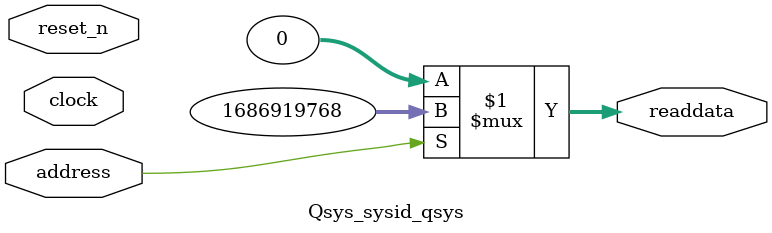
<source format=v>



// synthesis translate_off
`timescale 1ns / 1ps
// synthesis translate_on

// turn off superfluous verilog processor warnings 
// altera message_level Level1 
// altera message_off 10034 10035 10036 10037 10230 10240 10030 

module Qsys_sysid_qsys (
               // inputs:
                address,
                clock,
                reset_n,

               // outputs:
                readdata
             )
;

  output  [ 31: 0] readdata;
  input            address;
  input            clock;
  input            reset_n;

  wire    [ 31: 0] readdata;
  //control_slave, which is an e_avalon_slave
  assign readdata = address ? 1686919768 : 0;

endmodule



</source>
